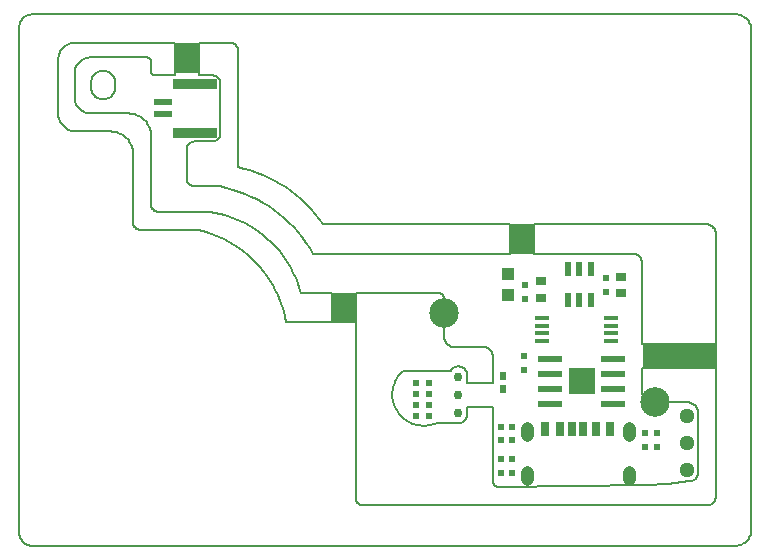
<source format=gts>
G75*
G70*
%OFA0B0*%
%FSLAX24Y24*%
%IPPOS*%
%LPD*%
%AMOC8*
5,1,8,0,0,1.08239X$1,22.5*
%
%ADD10C,0.0050*%
%ADD11R,0.0787X0.1041*%
%ADD12R,0.2450X0.0800*%
%ADD13R,0.0800X0.0985*%
%ADD14R,0.0433X0.0394*%
%ADD15R,0.0354X0.0250*%
%ADD16R,0.0197X0.0220*%
%ADD17R,0.0810X0.0240*%
%ADD18R,0.0900X0.0900*%
%ADD19R,0.0217X0.0472*%
%ADD20R,0.0472X0.0138*%
%ADD21R,0.0315X0.0472*%
%ADD22R,0.0250X0.0472*%
%ADD23C,0.0004*%
%ADD24C,0.0433*%
%ADD25R,0.0220X0.0197*%
%ADD26C,0.0300*%
%ADD27R,0.0600X0.0236*%
%ADD28R,0.1450X0.0350*%
%ADD29R,0.0197X0.0250*%
%ADD30C,0.0512*%
%ADD31C,0.0984*%
D10*
X000929Y000534D02*
X024328Y000534D01*
X024327Y000533D02*
X024374Y000530D01*
X024420Y000531D01*
X024466Y000536D01*
X024512Y000544D01*
X024556Y000557D01*
X024600Y000573D01*
X024642Y000592D01*
X024682Y000615D01*
X024720Y000641D01*
X024756Y000671D01*
X024790Y000703D01*
X024821Y000737D01*
X024848Y000775D01*
X024873Y000814D01*
X024894Y000855D01*
X024912Y000898D01*
X024926Y000942D01*
X024936Y000987D01*
X024943Y001033D01*
X024943Y001034D02*
X024943Y017752D01*
X024943Y017753D02*
X024936Y017798D01*
X024926Y017844D01*
X024911Y017888D01*
X024894Y017930D01*
X024872Y017971D01*
X024848Y018011D01*
X024820Y018048D01*
X024789Y018082D01*
X024756Y018114D01*
X024720Y018143D01*
X024682Y018170D01*
X024641Y018192D01*
X024599Y018212D01*
X024556Y018228D01*
X024511Y018240D01*
X024466Y018248D01*
X024420Y018253D01*
X024374Y018254D01*
X024327Y018251D01*
X024328Y018250D02*
X000929Y018250D01*
X000930Y018250D02*
X000889Y018243D01*
X000849Y018233D01*
X000809Y018219D01*
X000772Y018201D01*
X000736Y018180D01*
X000702Y018156D01*
X000671Y018129D01*
X000642Y018099D01*
X000616Y018066D01*
X000593Y018032D01*
X000574Y017995D01*
X000558Y017956D01*
X000546Y017917D01*
X000537Y017876D01*
X000532Y017835D01*
X000531Y017793D01*
X000534Y017752D01*
X000534Y001034D01*
X000531Y000993D01*
X000532Y000951D01*
X000537Y000910D01*
X000545Y000869D01*
X000558Y000829D01*
X000574Y000791D01*
X000593Y000754D01*
X000616Y000719D01*
X000642Y000686D01*
X000670Y000656D01*
X000702Y000629D01*
X000736Y000604D01*
X000772Y000583D01*
X000809Y000565D01*
X000848Y000551D01*
X000889Y000541D01*
X000930Y000534D01*
X009437Y007981D02*
X009399Y008165D01*
X009352Y008348D01*
X009296Y008528D01*
X009232Y008705D01*
X009159Y008878D01*
X009077Y009048D01*
X008988Y009214D01*
X008890Y009375D01*
X008785Y009532D01*
X008672Y009683D01*
X008552Y009828D01*
X008425Y009967D01*
X008291Y010100D01*
X008151Y010226D01*
X008005Y010345D01*
X007854Y010457D01*
X007697Y010562D01*
X007535Y010659D01*
X007369Y010747D01*
X007199Y010828D01*
X007025Y010900D01*
X006847Y010964D01*
X006667Y011019D01*
X006484Y011065D01*
X004578Y011065D01*
X004548Y011067D01*
X004518Y011072D01*
X004489Y011081D01*
X004462Y011094D01*
X004436Y011109D01*
X004412Y011128D01*
X004391Y011149D01*
X004372Y011173D01*
X004357Y011199D01*
X004344Y011226D01*
X004335Y011255D01*
X004330Y011285D01*
X004328Y011315D01*
X004328Y013595D01*
X004326Y013649D01*
X004320Y013702D01*
X004311Y013754D01*
X004298Y013806D01*
X004281Y013857D01*
X004260Y013907D01*
X004236Y013954D01*
X004209Y014000D01*
X004178Y014044D01*
X004145Y014086D01*
X004108Y014125D01*
X004069Y014162D01*
X004027Y014195D01*
X003983Y014226D01*
X003937Y014253D01*
X003890Y014277D01*
X003840Y014298D01*
X003789Y014315D01*
X003737Y014328D01*
X003685Y014337D01*
X003632Y014343D01*
X003578Y014345D01*
X002387Y014345D01*
X002341Y014350D01*
X002296Y014359D01*
X002251Y014371D01*
X002207Y014386D01*
X002165Y014405D01*
X002124Y014428D01*
X002085Y014453D01*
X002048Y014481D01*
X002014Y014512D01*
X001982Y014546D01*
X001953Y014582D01*
X001927Y014621D01*
X001903Y014661D01*
X001884Y014703D01*
X001867Y014746D01*
X001854Y014791D01*
X001844Y014836D01*
X001838Y014882D01*
X001836Y014928D01*
X001837Y014975D01*
X001837Y016756D01*
X001839Y016801D01*
X001845Y016847D01*
X001854Y016891D01*
X001867Y016935D01*
X001883Y016977D01*
X001903Y017018D01*
X001927Y017057D01*
X001953Y017094D01*
X001982Y017129D01*
X002014Y017161D01*
X002049Y017190D01*
X002086Y017216D01*
X002125Y017240D01*
X002166Y017260D01*
X002208Y017276D01*
X002252Y017289D01*
X002296Y017298D01*
X002342Y017304D01*
X002387Y017306D01*
X005733Y017306D01*
X005733Y016215D01*
X005078Y016215D01*
X005055Y016217D01*
X005032Y016222D01*
X005010Y016231D01*
X004990Y016244D01*
X004972Y016259D01*
X004957Y016277D01*
X004944Y016297D01*
X004935Y016319D01*
X004930Y016342D01*
X004928Y016365D01*
X004928Y016665D01*
X004926Y016688D01*
X004921Y016711D01*
X004912Y016733D01*
X004899Y016753D01*
X004884Y016771D01*
X004866Y016786D01*
X004846Y016799D01*
X004824Y016808D01*
X004801Y016813D01*
X004778Y016815D01*
X002928Y016815D01*
X002883Y016813D01*
X002837Y016807D01*
X002793Y016798D01*
X002749Y016785D01*
X002707Y016769D01*
X002666Y016749D01*
X002627Y016725D01*
X002590Y016699D01*
X002555Y016670D01*
X002523Y016638D01*
X002494Y016603D01*
X002468Y016566D01*
X002444Y016527D01*
X002424Y016486D01*
X002408Y016444D01*
X002395Y016400D01*
X002386Y016356D01*
X002380Y016310D01*
X002378Y016265D01*
X002378Y015495D01*
X002380Y015450D01*
X002386Y015404D01*
X002395Y015360D01*
X002408Y015316D01*
X002424Y015274D01*
X002444Y015233D01*
X002468Y015194D01*
X002494Y015157D01*
X002523Y015122D01*
X002555Y015090D01*
X002590Y015061D01*
X002627Y015035D01*
X002666Y015011D01*
X002707Y014991D01*
X002749Y014975D01*
X002793Y014962D01*
X002837Y014953D01*
X002883Y014947D01*
X002928Y014945D01*
X004178Y014945D01*
X004232Y014943D01*
X004285Y014937D01*
X004337Y014928D01*
X004389Y014915D01*
X004440Y014898D01*
X004490Y014877D01*
X004537Y014853D01*
X004583Y014826D01*
X004627Y014795D01*
X004669Y014762D01*
X004708Y014725D01*
X004745Y014686D01*
X004778Y014644D01*
X004809Y014600D01*
X004836Y014554D01*
X004860Y014507D01*
X004881Y014457D01*
X004898Y014406D01*
X004911Y014354D01*
X004920Y014302D01*
X004926Y014249D01*
X004928Y014195D01*
X004928Y011915D01*
X004930Y011885D01*
X004935Y011855D01*
X004944Y011826D01*
X004957Y011799D01*
X004972Y011773D01*
X004991Y011749D01*
X005012Y011728D01*
X005036Y011709D01*
X005062Y011694D01*
X005089Y011681D01*
X005118Y011672D01*
X005148Y011667D01*
X005178Y011665D01*
X006878Y011665D01*
X007228Y012515D02*
X006378Y012515D01*
X006348Y012517D01*
X006318Y012522D01*
X006289Y012531D01*
X006262Y012544D01*
X006236Y012559D01*
X006212Y012578D01*
X006191Y012599D01*
X006172Y012623D01*
X006157Y012649D01*
X006144Y012676D01*
X006135Y012705D01*
X006130Y012735D01*
X006128Y012765D01*
X006128Y013765D01*
X006130Y013795D01*
X006135Y013825D01*
X006144Y013854D01*
X006157Y013881D01*
X006172Y013907D01*
X006191Y013931D01*
X006212Y013952D01*
X006236Y013971D01*
X006262Y013986D01*
X006289Y013999D01*
X006318Y014008D01*
X006348Y014013D01*
X006378Y014015D01*
X006978Y014015D01*
X007008Y014017D01*
X007038Y014022D01*
X007067Y014031D01*
X007094Y014044D01*
X007120Y014059D01*
X007144Y014078D01*
X007165Y014099D01*
X007184Y014123D01*
X007199Y014149D01*
X007212Y014176D01*
X007221Y014205D01*
X007226Y014235D01*
X007228Y014265D01*
X007228Y015965D01*
X007226Y015995D01*
X007221Y016025D01*
X007212Y016054D01*
X007199Y016081D01*
X007184Y016107D01*
X007165Y016131D01*
X007144Y016152D01*
X007120Y016171D01*
X007094Y016186D01*
X007067Y016199D01*
X007038Y016208D01*
X007008Y016213D01*
X006978Y016215D01*
X006521Y016215D01*
X006521Y017306D01*
X007568Y017306D01*
X007569Y017306D02*
X007599Y017304D01*
X007628Y017299D01*
X007657Y017291D01*
X007684Y017279D01*
X007710Y017263D01*
X007734Y017245D01*
X007755Y017224D01*
X007774Y017201D01*
X007790Y017175D01*
X007802Y017148D01*
X007811Y017119D01*
X007817Y017090D01*
X007819Y017060D01*
X007818Y017060D02*
X007818Y013156D01*
X010657Y011256D02*
X016908Y011256D01*
X016908Y010259D01*
X010328Y010259D01*
X009928Y008965D02*
X010960Y008965D01*
X010960Y007981D01*
X009437Y007981D01*
X011747Y008965D02*
X011747Y002142D01*
X011747Y002141D02*
X011748Y002112D01*
X011752Y002083D01*
X011760Y002054D01*
X011771Y002027D01*
X011786Y002001D01*
X011803Y001977D01*
X011823Y001955D01*
X011846Y001936D01*
X011871Y001920D01*
X011897Y001907D01*
X011925Y001897D01*
X011954Y001891D01*
X011984Y001888D01*
X011983Y001888D02*
X023464Y001888D01*
X023497Y001890D01*
X023530Y001896D01*
X023562Y001905D01*
X023592Y001918D01*
X023621Y001935D01*
X023648Y001954D01*
X023673Y001976D01*
X023695Y002001D01*
X023714Y002028D01*
X023730Y002058D01*
X023742Y002088D01*
X023751Y002120D01*
X023756Y002153D01*
X023758Y002186D01*
X023758Y006464D01*
X021278Y006464D01*
X021278Y005715D01*
X021282Y005676D01*
X021290Y005637D01*
X021301Y005600D01*
X021315Y005563D01*
X021333Y005528D01*
X021355Y005495D01*
X021379Y005464D01*
X021406Y005435D01*
X021435Y005409D01*
X021467Y005386D01*
X021500Y005365D01*
X021536Y005348D01*
X021573Y005334D01*
X021611Y005324D01*
X021649Y005317D01*
X021689Y005314D01*
X021728Y005315D01*
X022828Y005315D01*
X022827Y005316D02*
X022863Y005311D01*
X022899Y005303D01*
X022933Y005291D01*
X022967Y005276D01*
X022998Y005258D01*
X023028Y005237D01*
X023055Y005213D01*
X023080Y005186D01*
X023102Y005157D01*
X023121Y005126D01*
X023137Y005094D01*
X023150Y005059D01*
X023160Y005024D01*
X023166Y004988D01*
X023168Y004952D01*
X023167Y004916D01*
X023167Y004915D02*
X023167Y002977D01*
X023165Y002944D01*
X023160Y002912D01*
X023151Y002880D01*
X023138Y002849D01*
X023122Y002821D01*
X023103Y002794D01*
X023081Y002769D01*
X023056Y002747D01*
X023029Y002728D01*
X023001Y002712D01*
X022970Y002699D01*
X022938Y002690D01*
X022906Y002685D01*
X022873Y002683D01*
X021424Y002565D02*
X016564Y002479D01*
X016534Y002481D01*
X016504Y002486D01*
X016475Y002495D01*
X016448Y002508D01*
X016422Y002523D01*
X016398Y002542D01*
X016377Y002563D01*
X016358Y002587D01*
X016343Y002613D01*
X016330Y002640D01*
X016321Y002669D01*
X016316Y002699D01*
X016314Y002729D01*
X016314Y005167D01*
X015468Y005167D01*
X015468Y004899D01*
X015463Y004867D01*
X015455Y004835D01*
X015443Y004805D01*
X015428Y004776D01*
X015410Y004749D01*
X015389Y004724D01*
X015365Y004701D01*
X015339Y004682D01*
X015311Y004665D01*
X015281Y004652D01*
X015250Y004642D01*
X015218Y004636D01*
X015186Y004633D01*
X015153Y004634D01*
X014444Y004634D01*
X014386Y004609D01*
X014326Y004587D01*
X014265Y004570D01*
X014203Y004556D01*
X014141Y004546D01*
X014078Y004539D01*
X014014Y004537D01*
X013951Y004539D01*
X013887Y004544D01*
X013825Y004553D01*
X013763Y004566D01*
X013701Y004583D01*
X013641Y004604D01*
X013583Y004628D01*
X013526Y004656D01*
X013470Y004687D01*
X013417Y004721D01*
X013366Y004759D01*
X013317Y004800D01*
X013271Y004844D01*
X013228Y004890D01*
X013188Y004939D01*
X013150Y004990D01*
X013116Y005044D01*
X013086Y005099D01*
X013058Y005157D01*
X013035Y005216D01*
X013015Y005276D01*
X012998Y005337D01*
X012986Y005399D01*
X012977Y005462D01*
X012972Y005525D01*
X012971Y005589D01*
X012974Y005652D01*
X012981Y005715D01*
X012991Y005778D01*
X013006Y005840D01*
X013024Y005901D01*
X013046Y005960D01*
X013072Y006018D01*
X013101Y006075D01*
X013133Y006129D01*
X013169Y006182D01*
X013208Y006232D01*
X013249Y006280D01*
X013294Y006325D01*
X013341Y006367D01*
X013342Y006367D02*
X014917Y006367D01*
X014916Y006367D02*
X014935Y006395D01*
X014956Y006421D01*
X014980Y006444D01*
X015007Y006464D01*
X015036Y006481D01*
X015067Y006495D01*
X015099Y006505D01*
X015132Y006511D01*
X015165Y006514D01*
X015199Y006513D01*
X015232Y006508D01*
X015264Y006499D01*
X015296Y006487D01*
X015325Y006471D01*
X015353Y006452D01*
X015378Y006430D01*
X015401Y006406D01*
X015421Y006378D01*
X015437Y006349D01*
X015450Y006318D01*
X015460Y006286D01*
X015466Y006253D01*
X015468Y006220D01*
X015468Y005956D01*
X016314Y005956D01*
X016314Y006881D01*
X016314Y006880D02*
X016310Y006913D01*
X016303Y006944D01*
X016293Y006975D01*
X016279Y007005D01*
X016262Y007032D01*
X016242Y007058D01*
X016219Y007081D01*
X016193Y007101D01*
X016166Y007119D01*
X016137Y007133D01*
X016106Y007144D01*
X016074Y007152D01*
X016042Y007155D01*
X016010Y007156D01*
X016009Y007156D02*
X015014Y007156D01*
X014979Y007160D01*
X014944Y007169D01*
X014910Y007180D01*
X014878Y007195D01*
X014847Y007214D01*
X014819Y007236D01*
X014793Y007260D01*
X014770Y007287D01*
X014749Y007316D01*
X014732Y007348D01*
X014718Y007381D01*
X014708Y007415D01*
X014701Y007450D01*
X014698Y007485D01*
X014699Y007521D01*
X014699Y008765D01*
X014700Y008765D02*
X014697Y008792D01*
X014690Y008819D01*
X014680Y008845D01*
X014666Y008869D01*
X014650Y008891D01*
X014630Y008911D01*
X014609Y008928D01*
X014585Y008942D01*
X014560Y008953D01*
X014533Y008960D01*
X014506Y008964D01*
X014478Y008965D01*
X011747Y008965D01*
X010657Y011256D02*
X010530Y011434D01*
X010394Y011605D01*
X010250Y011770D01*
X010099Y011928D01*
X009940Y012078D01*
X009774Y012221D01*
X009601Y012356D01*
X009422Y012482D01*
X009238Y012599D01*
X009047Y012707D01*
X008852Y012806D01*
X008653Y012896D01*
X008449Y012976D01*
X008242Y013046D01*
X008031Y013106D01*
X007818Y013156D01*
X003728Y015815D02*
X003728Y015965D01*
X003726Y016004D01*
X003720Y016043D01*
X003711Y016081D01*
X003698Y016118D01*
X003681Y016154D01*
X003661Y016187D01*
X003637Y016219D01*
X003611Y016248D01*
X003582Y016274D01*
X003550Y016298D01*
X003517Y016318D01*
X003481Y016335D01*
X003444Y016348D01*
X003406Y016357D01*
X003367Y016363D01*
X003328Y016365D01*
X003289Y016363D01*
X003250Y016357D01*
X003212Y016348D01*
X003175Y016335D01*
X003139Y016318D01*
X003106Y016298D01*
X003074Y016274D01*
X003045Y016248D01*
X003019Y016219D01*
X002995Y016187D01*
X002975Y016154D01*
X002958Y016118D01*
X002945Y016081D01*
X002936Y016043D01*
X002930Y016004D01*
X002928Y015965D01*
X002928Y015815D01*
X002930Y015776D01*
X002936Y015737D01*
X002945Y015699D01*
X002958Y015662D01*
X002975Y015626D01*
X002995Y015593D01*
X003019Y015561D01*
X003045Y015532D01*
X003074Y015506D01*
X003106Y015482D01*
X003139Y015462D01*
X003175Y015445D01*
X003212Y015432D01*
X003250Y015423D01*
X003289Y015417D01*
X003328Y015415D01*
X003367Y015417D01*
X003406Y015423D01*
X003444Y015432D01*
X003481Y015445D01*
X003517Y015462D01*
X003550Y015482D01*
X003582Y015506D01*
X003611Y015532D01*
X003637Y015561D01*
X003661Y015593D01*
X003681Y015626D01*
X003698Y015662D01*
X003711Y015699D01*
X003720Y015737D01*
X003726Y015776D01*
X003728Y015815D01*
X007228Y012515D02*
X007443Y012468D01*
X007655Y012410D01*
X007864Y012342D01*
X008070Y012264D01*
X008271Y012176D01*
X008469Y012079D01*
X008661Y011972D01*
X008847Y011856D01*
X009028Y011730D01*
X009203Y011597D01*
X009371Y011455D01*
X009532Y011305D01*
X009685Y011147D01*
X009831Y010983D01*
X009968Y010811D01*
X010097Y010633D01*
X010217Y010449D01*
X010328Y010259D01*
X009928Y008965D02*
X009877Y009137D01*
X009818Y009307D01*
X009751Y009474D01*
X009675Y009637D01*
X009592Y009797D01*
X009501Y009952D01*
X009403Y010102D01*
X009298Y010248D01*
X009185Y010388D01*
X009066Y010523D01*
X008941Y010652D01*
X008809Y010774D01*
X008671Y010890D01*
X008528Y010999D01*
X008380Y011101D01*
X008227Y011195D01*
X008070Y011282D01*
X007909Y011362D01*
X007744Y011433D01*
X007576Y011496D01*
X007404Y011551D01*
X007231Y011598D01*
X007055Y011636D01*
X006878Y011665D01*
X017695Y011256D02*
X017695Y010259D01*
X021028Y010259D01*
X021058Y010258D01*
X021087Y010253D01*
X021116Y010244D01*
X021143Y010232D01*
X021169Y010217D01*
X021192Y010199D01*
X021214Y010178D01*
X021232Y010155D01*
X021248Y010130D01*
X021261Y010103D01*
X021270Y010074D01*
X021276Y010045D01*
X021278Y010015D01*
X021278Y007252D01*
X023758Y007252D01*
X023758Y010915D01*
X023757Y010916D02*
X023756Y010951D01*
X023751Y010985D01*
X023742Y011019D01*
X023730Y011052D01*
X023715Y011084D01*
X023696Y011114D01*
X023674Y011141D01*
X023650Y011166D01*
X023623Y011189D01*
X023594Y011208D01*
X023563Y011225D01*
X023531Y011238D01*
X023497Y011248D01*
X023462Y011254D01*
X023427Y011256D01*
X023428Y011256D02*
X017695Y011256D01*
X021424Y002565D02*
X022150Y002608D01*
X022873Y002683D01*
D11*
X006127Y016785D03*
D12*
X022559Y006856D03*
D13*
X017301Y010756D03*
X011354Y008461D03*
D14*
X016839Y008879D03*
X016839Y009588D03*
D15*
X017939Y009357D03*
X017939Y008810D03*
X020610Y008960D03*
X020610Y009507D03*
D16*
X020093Y009457D03*
X020093Y009010D03*
X017409Y009217D03*
X017409Y008770D03*
X017360Y006852D03*
X017360Y006405D03*
X016960Y004508D03*
X016600Y004508D03*
X016600Y004061D03*
X016960Y004061D03*
X016960Y003415D03*
X016600Y003415D03*
X016600Y002968D03*
X016960Y002968D03*
X021410Y003842D03*
X021796Y003842D03*
X021796Y004289D03*
X021410Y004289D03*
D17*
X020340Y005262D03*
X020340Y005762D03*
X020340Y006262D03*
X020340Y006762D03*
X018220Y006762D03*
X018220Y006262D03*
X018220Y005762D03*
X018220Y005262D03*
D18*
X019280Y006012D03*
D19*
X019210Y008722D03*
X019584Y008722D03*
X018836Y008722D03*
X018836Y009746D03*
X019210Y009746D03*
X019584Y009746D03*
D20*
X020262Y008133D03*
X020262Y007877D03*
X020262Y007621D03*
X020262Y007365D03*
X017959Y007365D03*
X017959Y007621D03*
X017959Y007877D03*
X017959Y008133D03*
D21*
X018064Y004411D03*
X018548Y004411D03*
X019745Y004411D03*
X020229Y004411D03*
D22*
X019343Y004411D03*
X018950Y004411D03*
D23*
X017554Y004483D02*
X017554Y004238D01*
X017552Y004218D01*
X017547Y004199D01*
X017538Y004181D01*
X017526Y004165D01*
X017511Y004152D01*
X017494Y004141D01*
X017476Y004134D01*
X017456Y004130D01*
X017436Y004130D01*
X017416Y004134D01*
X017398Y004141D01*
X017381Y004152D01*
X017366Y004165D01*
X017354Y004181D01*
X017345Y004199D01*
X017340Y004218D01*
X017338Y004238D01*
X017338Y004483D01*
X017340Y004503D01*
X017345Y004522D01*
X017354Y004540D01*
X017366Y004556D01*
X017381Y004569D01*
X017398Y004580D01*
X017416Y004587D01*
X017436Y004591D01*
X017456Y004591D01*
X017476Y004587D01*
X017494Y004580D01*
X017511Y004569D01*
X017526Y004556D01*
X017538Y004540D01*
X017547Y004522D01*
X017552Y004503D01*
X017554Y004483D01*
X017554Y002986D02*
X017554Y002742D01*
X017552Y002722D01*
X017547Y002703D01*
X017538Y002685D01*
X017526Y002669D01*
X017511Y002656D01*
X017494Y002645D01*
X017476Y002638D01*
X017456Y002634D01*
X017436Y002634D01*
X017416Y002638D01*
X017398Y002645D01*
X017381Y002656D01*
X017366Y002669D01*
X017354Y002685D01*
X017345Y002703D01*
X017340Y002722D01*
X017338Y002742D01*
X017338Y002986D01*
X017340Y003006D01*
X017345Y003025D01*
X017354Y003043D01*
X017366Y003059D01*
X017381Y003072D01*
X017398Y003083D01*
X017416Y003090D01*
X017436Y003094D01*
X017456Y003094D01*
X017476Y003090D01*
X017494Y003083D01*
X017511Y003072D01*
X017526Y003059D01*
X017538Y003043D01*
X017547Y003025D01*
X017552Y003006D01*
X017554Y002986D01*
X020739Y002986D02*
X020739Y002742D01*
X020741Y002722D01*
X020746Y002703D01*
X020755Y002685D01*
X020767Y002669D01*
X020782Y002656D01*
X020799Y002645D01*
X020817Y002638D01*
X020837Y002634D01*
X020857Y002634D01*
X020877Y002638D01*
X020895Y002645D01*
X020912Y002656D01*
X020927Y002669D01*
X020939Y002685D01*
X020948Y002703D01*
X020953Y002722D01*
X020955Y002742D01*
X020956Y002742D02*
X020956Y002986D01*
X020955Y002986D02*
X020953Y003006D01*
X020948Y003025D01*
X020939Y003043D01*
X020927Y003059D01*
X020912Y003072D01*
X020895Y003083D01*
X020877Y003090D01*
X020857Y003094D01*
X020837Y003094D01*
X020817Y003090D01*
X020799Y003083D01*
X020782Y003072D01*
X020767Y003059D01*
X020755Y003043D01*
X020746Y003025D01*
X020741Y003006D01*
X020739Y002986D01*
X020739Y004238D02*
X020739Y004483D01*
X020741Y004503D01*
X020746Y004522D01*
X020755Y004540D01*
X020767Y004556D01*
X020782Y004569D01*
X020799Y004580D01*
X020817Y004587D01*
X020837Y004591D01*
X020857Y004591D01*
X020877Y004587D01*
X020895Y004580D01*
X020912Y004569D01*
X020927Y004556D01*
X020939Y004540D01*
X020948Y004522D01*
X020953Y004503D01*
X020955Y004483D01*
X020956Y004483D02*
X020956Y004238D01*
X020955Y004238D02*
X020953Y004218D01*
X020948Y004199D01*
X020939Y004181D01*
X020927Y004165D01*
X020912Y004152D01*
X020895Y004141D01*
X020877Y004134D01*
X020857Y004130D01*
X020837Y004130D01*
X020817Y004134D01*
X020799Y004141D01*
X020782Y004152D01*
X020767Y004165D01*
X020755Y004181D01*
X020746Y004199D01*
X020741Y004218D01*
X020739Y004238D01*
D24*
X020847Y004477D02*
X020847Y004477D01*
X020847Y004241D01*
X020847Y004241D01*
X020847Y004477D01*
X020847Y002980D02*
X020847Y002980D01*
X020847Y002744D01*
X020847Y002744D01*
X020847Y002980D01*
X017446Y002980D02*
X017446Y002980D01*
X017446Y002744D01*
X017446Y002744D01*
X017446Y002980D01*
X017446Y004477D02*
X017446Y004477D01*
X017446Y004241D01*
X017446Y004241D01*
X017446Y004477D01*
D25*
X014191Y004877D03*
X014191Y005237D03*
X014191Y005597D03*
X014191Y005957D03*
X013745Y005957D03*
X013745Y005597D03*
X013745Y005237D03*
X013745Y004877D03*
D26*
X015168Y004947D03*
X015168Y005547D03*
X015168Y006147D03*
D27*
X005334Y014918D03*
X005334Y015312D03*
D28*
X006378Y015924D03*
X006378Y014307D03*
D29*
X016660Y006184D03*
X016660Y005744D03*
D30*
X022810Y004866D03*
X022810Y003966D03*
X022810Y003066D03*
D31*
X021725Y005319D03*
X014710Y008279D03*
M02*

</source>
